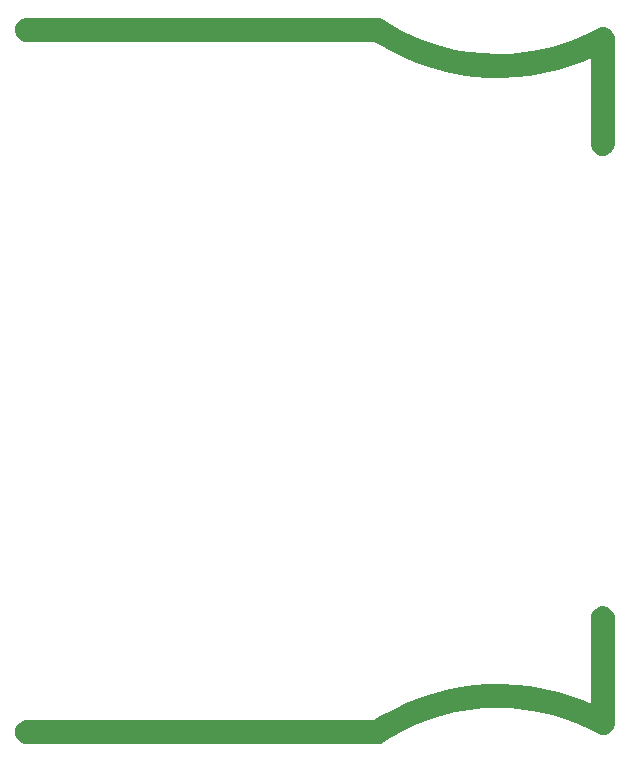
<source format=gbr>
%TF.GenerationSoftware,Altium Limited,Altium Designer,20.0.1 (14)*%
G04 Layer_Color=0*
%FSLAX25Y25*%
%MOIN*%
%TF.FileFunction,NonPlated,1,2,NPTH,Drill*%
%TF.Part,Single*%
G01*
G75*
G36*
X662294Y31371D02*
X661775Y31371D01*
X660774Y31639D01*
X659875Y32157D01*
X659142Y32891D01*
X658623Y33789D01*
X658355Y34790D01*
X658355Y35827D01*
X658623Y36829D01*
X659141Y37727D01*
X659875Y38461D01*
X660773Y38979D01*
X661774Y39248D01*
X662293Y39248D01*
Y39248D01*
X779303Y39263D01*
X779592Y39263D01*
X780164Y39179D01*
X780717Y39012D01*
X781241Y38766D01*
X781481Y38606D01*
D01*
X781481Y38606D01*
X783448Y37355D01*
X787502Y35057D01*
X791703Y33039D01*
X796031Y31312D01*
X800466Y29881D01*
X804988Y28756D01*
X809577Y27939D01*
X814210Y27437D01*
X818866Y27249D01*
X823525Y27379D01*
X828164Y27824D01*
X832762Y28583D01*
X837298Y29652D01*
X841751Y31027D01*
X846100Y32701D01*
X850325Y34666D01*
X852386Y35755D01*
X852387Y35756D01*
X852389Y35757D01*
X852391Y35758D01*
X852392Y35759D01*
X852393Y35759D01*
Y35759D01*
X852386Y35755D01*
X852835Y36004D01*
X853833Y36255D01*
X854860Y36241D01*
X855850Y35963D01*
X856736Y35441D01*
X857458Y34710D01*
X857968Y33817D01*
X858232Y32824D01*
Y32309D01*
D01*
Y-2691D01*
Y-3209D01*
X857963Y-4211D01*
X857445Y-5109D01*
X856712Y-5842D01*
X855814Y-6361D01*
X854812Y-6629D01*
X853775D01*
X852773Y-6361D01*
X851875Y-5842D01*
X851142Y-5109D01*
X850623Y-4211D01*
X850355Y-3209D01*
Y-2691D01*
D01*
X850355Y25961D01*
X848200Y25004D01*
X843780Y23358D01*
X839267Y21987D01*
X834678Y20897D01*
X830030Y20091D01*
X825342Y19574D01*
X820631Y19346D01*
X815915Y19409D01*
X811212Y19762D01*
X806539Y20405D01*
X801915Y21334D01*
X797357Y22546D01*
X792882Y24036D01*
X788507Y25800D01*
X784250Y27829D01*
X780125Y30117D01*
X778137Y31386D01*
D01*
X662294Y31371D01*
D02*
G37*
G36*
X662331Y-202666D02*
X661812Y-202666D01*
X660810Y-202398D01*
X659912Y-201879D01*
X659179Y-201146D01*
X658661Y-200248D01*
X658393Y-199246D01*
X658393Y-198209D01*
X658661Y-197207D01*
X659180Y-196309D01*
X659913Y-195576D01*
X660811Y-195057D01*
X661813Y-194789D01*
X662332Y-194789D01*
X662332Y-194789D01*
X778175Y-194805D01*
X780163Y-193536D01*
X784288Y-191248D01*
X788545Y-189218D01*
X792920Y-187455D01*
X797395Y-185964D01*
X801953Y-184752D01*
X806577Y-183823D01*
X811250Y-183181D01*
X815953Y-182827D01*
X820669Y-182765D01*
X825380Y-182992D01*
X830068Y-183510D01*
X834716Y-184315D01*
X839305Y-185405D01*
X843818Y-186776D01*
X848238Y-188422D01*
X850393Y-189380D01*
X850393Y-189380D01*
Y-160728D01*
Y-160209D01*
X850661Y-159208D01*
X851180Y-158309D01*
X851913Y-157576D01*
X852811Y-157058D01*
X853813Y-156789D01*
X854850D01*
X855851Y-157058D01*
X856749Y-157576D01*
X857483Y-158309D01*
X858001Y-159208D01*
X858270Y-160209D01*
Y-160728D01*
D01*
Y-195728D01*
Y-196242D01*
X858006Y-197235D01*
X857496Y-198128D01*
X856774Y-198860D01*
X855888Y-199382D01*
X854898Y-199659D01*
X853870Y-199673D01*
X852873Y-199423D01*
X852424Y-199174D01*
X852424Y-199174D01*
X852425Y-199174D01*
X852427Y-199175D01*
X852428Y-199176D01*
X852430Y-199177D01*
X852431Y-199178D01*
D01*
X852424Y-199174D01*
X850363Y-198084D01*
X846138Y-196119D01*
X841788Y-194445D01*
X837336Y-193070D01*
X832800Y-192001D01*
X828202Y-191242D01*
X823563Y-190797D01*
X818904Y-190668D01*
X814248Y-190855D01*
X809614Y-191358D01*
X805026Y-192174D01*
X800504Y-193300D01*
X796069Y-194730D01*
X791741Y-196458D01*
X787540Y-198476D01*
X783486Y-200774D01*
X781519Y-202025D01*
X781518Y-202025D01*
X781517Y-202026D01*
X781515Y-202028D01*
X781513Y-202029D01*
X781512Y-202029D01*
Y-202029D01*
X781519Y-202025D01*
X781278Y-202185D01*
X780755Y-202430D01*
X780202Y-202597D01*
X779630Y-202682D01*
X779341Y-202682D01*
D01*
X662331Y-202666D01*
D02*
G37*
%TF.MD5,fef8cf0d6fb2541265657f47eb31b5ed*%
M02*

</source>
